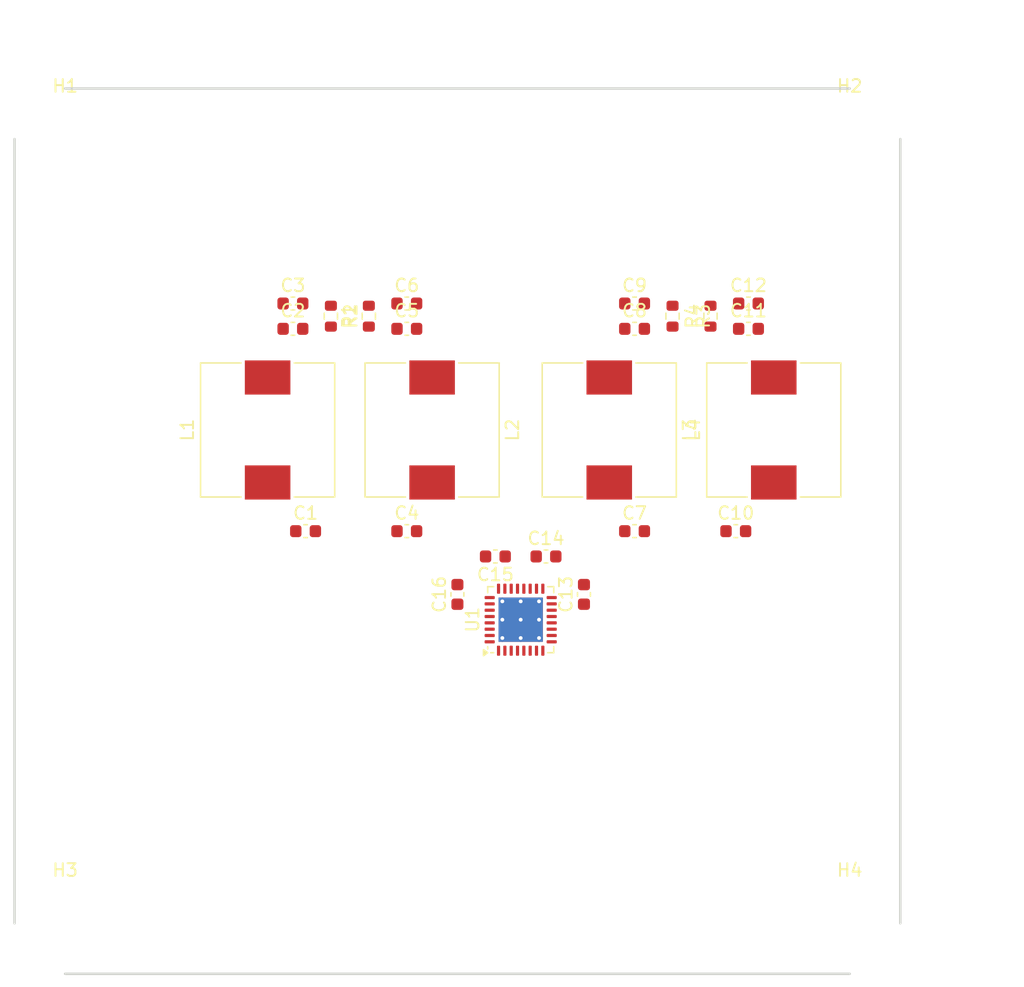
<source format=kicad_pcb>
(kicad_pcb (version 20240108) (generator "pcbnew") (generator_version "8.0")
  (layers (0 "F.Cu" signal) (31 "B.Cu" signal) (34 "B.Paste" user) (35 "F.Paste" user) (36 "B.SilkS" user "B.Silkscreen") (37 "F.SilkS" user "F.Silkscreen") (38 "B.Mask" user) (39 "F.Mask" user) (44 "Edge.Cuts" user))
  (net 0 "")
  (net 26 "GND")
  (net 27 "Net-(C2-Pad1)")
  (net 28 "Net-(C3-Pad2)")
  (net 29 "Net-(C5-Pad2)")
  (net 30 "Net-(C6-Pad1)")
  (net 31 "Net-(C8-Pad1)")
  (net 32 "Net-(C9-Pad2)")
  (net 33 "Net-(C11-Pad2)")
  (net 34 "Net-(C12-Pad1)")
  (net 35 "Net-(U1-OUTPR)")
  (net 36 "Net-(U1-OTNR)")
  (net 37 "Net-(U1-OUTNL)")
  (net 38 "Net-(U1-OUTPL)")
  (net 39 "Net-(U1-BSPL)")
  (net 40 "Net-(U1-BSNL)")
  (net 41 "Net-(U1-BSNR)")
  (net 42 "Net-(U1-BSPR)")
  (footprint "Capacitor_SMD:C_0603_1608Metric" (layer "F.Cu") (at 142 77)
    (property "Reference" "C3" (at 0 -1.43 0) (layer "F.SilkS"))
    (property "Value" "10nF")
    (fp_line (start -0.14058 -0.51) (end 0.14058 -0.51) (stroke (width 0.12)) (layer "F.SilkS"))
    (fp_line (start -0.14058 0.51) (end 0.14058 0.51) (stroke (width 0.12)) (layer "F.SilkS"))
    (pad "1" smd roundrect (at -0.775 0) (size 0.9 0.95) (layers "F.Cu" "F.Paste" "F.Mask") (net 27 "Net-(C2-Pad1)"))
    (pad "2" smd roundrect (at 0.775 0) (size 0.9 0.95) (layers "F.Cu" "F.Paste" "F.Mask") (net 28 "Net-(C3-Pad2)"))
  )
  (footprint "Capacitor_SMD:C_0603_1608Metric" (layer "F.Cu") (at 169 77)
    (property "Reference" "C9" (at 0 -1.43 0) (layer "F.SilkS"))
    (property "Value" "10nF")
    (fp_line (start -0.14058 -0.51) (end 0.14058 -0.51) (stroke (width 0.12)) (layer "F.SilkS"))
    (fp_line (start -0.14058 0.51) (end 0.14058 0.51) (stroke (width 0.12)) (layer "F.SilkS"))
    (pad "1" smd roundrect (at -0.775 0) (size 0.9 0.95) (layers "F.Cu" "F.Paste" "F.Mask") (net 31 "Net-(C8-Pad1)"))
    (pad "2" smd roundrect (at 0.775 0) (size 0.9 0.95) (layers "F.Cu" "F.Paste" "F.Mask") (net 32 "Net-(C9-Pad2)"))
  )
  (footprint "MountingHole:MountingHole_3.2mm_M3" (layer "F.Cu") (at 124 126)
    (property "Reference" "H3" (at 0 -4.2 0) (layer "F.SilkS"))
    (property "Value" "MountingHole")
    (pad "" np_thru_hole circle (at 0 0) (size 3.2 3.2) (drill 3.2) (layers "*.Cu" "*.Mask"))
  )
  (footprint "Capacitor_SMD:C_0603_1608Metric" (layer "F.Cu") (at 151 77)
    (property "Reference" "C6" (at 0 -1.43 0) (layer "F.SilkS"))
    (property "Value" "10nF")
    (fp_line (start -0.14058 -0.51) (end 0.14058 -0.51) (stroke (width 0.12)) (layer "F.SilkS"))
    (fp_line (start -0.14058 0.51) (end 0.14058 0.51) (stroke (width 0.12)) (layer "F.SilkS"))
    (pad "1" smd roundrect (at -0.775 0) (size 0.9 0.95) (layers "F.Cu" "F.Paste" "F.Mask") (net 30 "Net-(C6-Pad1)"))
    (pad "2" smd roundrect (at 0.775 0) (size 0.9 0.95) (layers "F.Cu" "F.Paste" "F.Mask") (net 29 "Net-(C5-Pad2)"))
  )
  (footprint "Resistor_SMD:R_0603_1608Metric" (layer "F.Cu") (at 148 78 90)
    (property "Reference" "R2" (at 0 -1.43 270) (layer "F.SilkS"))
    (property "Value" "3R3")
    (fp_line (start -0.237258 -0.5225) (end 0.237258 -0.5225) (stroke (width 0.12)) (layer "F.SilkS"))
    (fp_line (start -0.237258 0.5225) (end 0.237258 0.5225) (stroke (width 0.12)) (layer "F.SilkS"))
    (pad "1" smd roundrect (at -0.825 0 90) (size 0.8 0.95) (layers "F.Cu" "F.Paste" "F.Mask") (net 26 "GND"))
    (pad "2" smd roundrect (at 0.825 0 90) (size 0.8 0.95) (layers "F.Cu" "F.Paste" "F.Mask") (net 30 "Net-(C6-Pad1)"))
  )
  (footprint "Capacitor_SMD:C_0603_1608Metric" (layer "F.Cu") (at 151 79)
    (property "Reference" "C5" (at 0 -1.43 0) (layer "F.SilkS"))
    (property "Value" "1nF")
    (fp_line (start -0.14058 -0.51) (end 0.14058 -0.51) (stroke (width 0.12)) (layer "F.SilkS"))
    (fp_line (start -0.14058 0.51) (end 0.14058 0.51) (stroke (width 0.12)) (layer "F.SilkS"))
    (pad "1" smd roundrect (at -0.775 0) (size 0.9 0.95) (layers "F.Cu" "F.Paste" "F.Mask") (net 26 "GND"))
    (pad "2" smd roundrect (at 0.775 0) (size 0.9 0.95) (layers "F.Cu" "F.Paste" "F.Mask") (net 29 "Net-(C5-Pad2)"))
  )
  (footprint "Capacitor_SMD:C_0603_1608Metric" (layer "F.Cu") (at 143 95)
    (property "Reference" "C1" (at 0 -1.43 0) (layer "F.SilkS"))
    (property "Value" "680nF")
    (fp_line (start -0.14058 -0.51) (end 0.14058 -0.51) (stroke (width 0.12)) (layer "F.SilkS"))
    (fp_line (start -0.14058 0.51) (end 0.14058 0.51) (stroke (width 0.12)) (layer "F.SilkS"))
    (pad "1" smd roundrect (at -0.775 0) (size 0.9 0.95) (layers "F.Cu" "F.Paste" "F.Mask") (net 35 "Net-(U1-OUTPR)"))
    (pad "2" smd roundrect (at 0.775 0) (size 0.9 0.95) (layers "F.Cu" "F.Paste" "F.Mask") (net 26 "GND"))
  )
  (footprint "Capacitor_SMD:C_0603_1608Metric" (layer "F.Cu") (at 162 97)
    (property "Reference" "C14" (at 0 -1.43 0) (layer "F.SilkS"))
    (property "Value" "220nF")
    (fp_line (start -0.14058 -0.51) (end 0.14058 -0.51) (stroke (width 0.12)) (layer "F.SilkS"))
    (fp_line (start -0.14058 0.51) (end 0.14058 0.51) (stroke (width 0.12)) (layer "F.SilkS"))
    (pad "1" smd roundrect (at -0.775 0) (size 0.9 0.95) (layers "F.Cu" "F.Paste" "F.Mask") (net 40 "Net-(U1-BSNL)"))
    (pad "2" smd roundrect (at 0.775 0) (size 0.9 0.95) (layers "F.Cu" "F.Paste" "F.Mask") (net 37 "Net-(U1-OUTNL)"))
  )
  (footprint "Capacitor_SMD:C_0603_1608Metric" (layer "F.Cu") (at 178 77)
    (property "Reference" "C12" (at 0 -1.43 0) (layer "F.SilkS"))
    (property "Value" "10nF")
    (fp_line (start -0.14058 -0.51) (end 0.14058 -0.51) (stroke (width 0.12)) (layer "F.SilkS"))
    (fp_line (start -0.14058 0.51) (end 0.14058 0.51) (stroke (width 0.12)) (layer "F.SilkS"))
    (pad "1" smd roundrect (at -0.775 0) (size 0.9 0.95) (layers "F.Cu" "F.Paste" "F.Mask") (net 34 "Net-(C12-Pad1)"))
    (pad "2" smd roundrect (at 0.775 0) (size 0.9 0.95) (layers "F.Cu" "F.Paste" "F.Mask") (net 33 "Net-(C11-Pad2)"))
  )
  (footprint "Capacitor_SMD:C_0603_1608Metric" (layer "F.Cu") (at 151 95)
    (property "Reference" "C4" (at 0 -1.43 0) (layer "F.SilkS"))
    (property "Value" "680nF")
    (fp_line (start -0.14058 -0.51) (end 0.14058 -0.51) (stroke (width 0.12)) (layer "F.SilkS"))
    (fp_line (start -0.14058 0.51) (end 0.14058 0.51) (stroke (width 0.12)) (layer "F.SilkS"))
    (pad "1" smd roundrect (at -0.775 0) (size 0.9 0.95) (layers "F.Cu" "F.Paste" "F.Mask") (net 26 "GND"))
    (pad "2" smd roundrect (at 0.775 0) (size 0.9 0.95) (layers "F.Cu" "F.Paste" "F.Mask") (net 36 "Net-(U1-OTNR)"))
  )
  (footprint "Capacitor_SMD:C_0603_1608Metric" (layer "F.Cu") (at 155 100 90)
    (property "Reference" "C16" (at 0 -1.43 270) (layer "F.SilkS"))
    (property "Value" "220nF")
    (fp_line (start -0.14058 -0.51) (end 0.14058 -0.51) (stroke (width 0.12)) (layer "F.SilkS"))
    (fp_line (start -0.14058 0.51) (end 0.14058 0.51) (stroke (width 0.12)) (layer "F.SilkS"))
    (pad "1" smd roundrect (at -0.775 0 90) (size 0.9 0.95) (layers "F.Cu" "F.Paste" "F.Mask") (net 42 "Net-(U1-BSPR)"))
    (pad "2" smd roundrect (at 0.775 0 90) (size 0.9 0.95) (layers "F.Cu" "F.Paste" "F.Mask") (net 35 "Net-(U1-OUTPR)"))
  )
  (footprint "Resistor_SMD:R_0603_1608Metric" (layer "F.Cu") (at 172 78 -90)
    (property "Reference" "R3" (at 0 -2.43 90) (layer "F.SilkS"))
    (property "Value" "3R3")
    (fp_line (start -0.237258 0.5225) (end 0.237258 0.5225) (stroke (width 0.12)) (layer "F.SilkS"))
    (fp_line (start -0.237258 -0.5225) (end 0.237258 -0.5225) (stroke (width 0.12)) (layer "F.SilkS"))
    (pad "1" smd roundrect (at -0.825 0 270) (size 0.8 0.95) (layers "F.Cu" "F.Paste" "F.Mask") (net 32 "Net-(C9-Pad2)"))
    (pad "2" smd roundrect (at 0.825 0 270) (size 0.8 0.95) (layers "F.Cu" "F.Paste" "F.Mask") (net 26 "GND"))
  )
  (footprint "Capacitor_SMD:C_0603_1608Metric" (layer "F.Cu") (at 177 95)
    (property "Reference" "C10" (at 0 -1.43 0) (layer "F.SilkS"))
    (property "Value" "680nF")
    (fp_line (start -0.14058 -0.51) (end 0.14058 -0.51) (stroke (width 0.12)) (layer "F.SilkS"))
    (fp_line (start -0.14058 0.51) (end 0.14058 0.51) (stroke (width 0.12)) (layer "F.SilkS"))
    (pad "1" smd roundrect (at -0.775 0) (size 0.9 0.95) (layers "F.Cu" "F.Paste" "F.Mask") (net 26 "GND"))
    (pad "2" smd roundrect (at 0.775 0) (size 0.9 0.95) (layers "F.Cu" "F.Paste" "F.Mask") (net 38 "Net-(U1-OUTPL)"))
  )
  (footprint "Resistor_SMD:R_0603_1608Metric" (layer "F.Cu") (at 145 78 -90)
    (property "Reference" "R1" (at 0 -1.43 90) (layer "F.SilkS"))
    (property "Value" "3R3")
    (fp_line (start -0.237258 0.5225) (end 0.237258 0.5225) (stroke (width 0.12)) (layer "F.SilkS"))
    (fp_line (start -0.237258 -0.5225) (end 0.237258 -0.5225) (stroke (width 0.12)) (layer "F.SilkS"))
    (pad "1" smd roundrect (at -0.825 0 270) (size 0.8 0.95) (layers "F.Cu" "F.Paste" "F.Mask") (net 28 "Net-(C3-Pad2)"))
    (pad "2" smd roundrect (at 0.825 0 270) (size 0.8 0.95) (layers "F.Cu" "F.Paste" "F.Mask") (net 26 "GND"))
  )
  (footprint "Resistor_SMD:R_0603_1608Metric" (layer "F.Cu") (at 175 78 90)
    (property "Reference" "R4" (at 0 -1.43 270) (layer "F.SilkS"))
    (property "Value" "3R3")
    (fp_line (start -0.237258 -0.5225) (end 0.237258 -0.5225) (stroke (width 0.12)) (layer "F.SilkS"))
    (fp_line (start -0.237258 0.5225) (end 0.237258 0.5225) (stroke (width 0.12)) (layer "F.SilkS"))
    (pad "1" smd roundrect (at -0.825 0 90) (size 0.8 0.95) (layers "F.Cu" "F.Paste" "F.Mask") (net 26 "GND"))
    (pad "2" smd roundrect (at 0.825 0 90) (size 0.8 0.95) (layers "F.Cu" "F.Paste" "F.Mask") (net 34 "Net-(C12-Pad1)"))
  )
  (footprint "Inductor_SMD:L_10.4x10.4_H4.8" (layer "F.Cu") (at 167 87 -90)
    (property "Reference" "L3" (at 0 -6.35 90) (layer "F.SilkS"))
    (property "Value" "10uH")
    (fp_line (start -5.3 5.3) (end -5.3 2.1) (stroke (width 0.12)) (layer "F.SilkS"))
    (fp_line (start 5.3 5.3) (end -5.3 5.3) (stroke (width 0.12)) (layer "F.SilkS"))
    (fp_line (start 5.3 2.1) (end 5.3 5.3) (stroke (width 0.12)) (layer "F.SilkS"))
    (fp_line (start -5.3 -2.1) (end -5.3 -5.3) (stroke (width 0.12)) (layer "F.SilkS"))
    (fp_line (start -5.3 -5.3) (end 5.3 -5.3) (stroke (width 0.12)) (layer "F.SilkS"))
    (fp_line (start 5.3 -5.3) (end 5.3 -2.1) (stroke (width 0.12)) (layer "F.SilkS"))
    (pad "1" smd rect (at -4.15 0 270) (size 2.7 3.6) (layers "F.Cu" "F.Paste" "F.Mask") (net 31 "Net-(C8-Pad1)"))
    (pad "2" smd rect (at 4.15 0 270) (size 2.7 3.6) (layers "F.Cu" "F.Paste" "F.Mask") (net 37 "Net-(U1-OUTNL)"))
  )
  (footprint "MountingHole:MountingHole_3.2mm_M3" (layer "F.Cu") (at 186 64)
    (property "Reference" "H2" (at 0 -4.2 0) (layer "F.SilkS"))
    (property "Value" "MountingHole")
    (pad "" np_thru_hole circle (at 0 0) (size 3.2 3.2) (drill 3.2) (layers "*.Cu" "*.Mask"))
  )
  (footprint "Capacitor_SMD:C_0603_1608Metric" (layer "F.Cu") (at 169 79)
    (property "Reference" "C8" (at 0 -1.43 0) (layer "F.SilkS"))
    (property "Value" "1nF")
    (fp_line (start -0.14058 -0.51) (end 0.14058 -0.51) (stroke (width 0.12)) (layer "F.SilkS"))
    (fp_line (start -0.14058 0.51) (end 0.14058 0.51) (stroke (width 0.12)) (layer "F.SilkS"))
    (pad "1" smd roundrect (at -0.775 0) (size 0.9 0.95) (layers "F.Cu" "F.Paste" "F.Mask") (net 31 "Net-(C8-Pad1)"))
    (pad "2" smd roundrect (at 0.775 0) (size 0.9 0.95) (layers "F.Cu" "F.Paste" "F.Mask") (net 26 "GND"))
  )
  (footprint "Capacitor_SMD:C_0603_1608Metric" (layer "F.Cu") (at 169 95)
    (property "Reference" "C7" (at 0 -1.43 0) (layer "F.SilkS"))
    (property "Value" "680nF")
    (fp_line (start -0.14058 -0.51) (end 0.14058 -0.51) (stroke (width 0.12)) (layer "F.SilkS"))
    (fp_line (start -0.14058 0.51) (end 0.14058 0.51) (stroke (width 0.12)) (layer "F.SilkS"))
    (pad "1" smd roundrect (at -0.775 0) (size 0.9 0.95) (layers "F.Cu" "F.Paste" "F.Mask") (net 37 "Net-(U1-OUTNL)"))
    (pad "2" smd roundrect (at 0.775 0) (size 0.9 0.95) (layers "F.Cu" "F.Paste" "F.Mask") (net 26 "GND"))
  )
  (footprint "MountingHole:MountingHole_3.2mm_M3" (layer "F.Cu") (at 186 126)
    (property "Reference" "H4" (at 0 -4.2 0) (layer "F.SilkS"))
    (property "Value" "MountingHole")
    (pad "" np_thru_hole circle (at 0 0) (size 3.2 3.2) (drill 3.2) (layers "*.Cu" "*.Mask"))
  )
  (footprint "Capacitor_SMD:C_0603_1608Metric" (layer "F.Cu") (at 178 79)
    (property "Reference" "C11" (at 0 -1.43 0) (layer "F.SilkS"))
    (property "Value" "1nF")
    (fp_line (start -0.14058 -0.51) (end 0.14058 -0.51) (stroke (width 0.12)) (layer "F.SilkS"))
    (fp_line (start -0.14058 0.51) (end 0.14058 0.51) (stroke (width 0.12)) (layer "F.SilkS"))
    (pad "1" smd roundrect (at -0.775 0) (size 0.9 0.95) (layers "F.Cu" "F.Paste" "F.Mask") (net 26 "GND"))
    (pad "2" smd roundrect (at 0.775 0) (size 0.9 0.95) (layers "F.Cu" "F.Paste" "F.Mask") (net 33 "Net-(C11-Pad2)"))
  )
  (footprint "Capacitor_SMD:C_0603_1608Metric" (layer "F.Cu") (at 158 97 180)
    (property "Reference" "C15" (at 0 -1.43 180) (layer "F.SilkS"))
    (property "Value" "220nF")
    (fp_line (start -0.14058 0.51) (end 0.14058 0.51) (stroke (width 0.12)) (layer "F.SilkS"))
    (fp_line (start -0.14058 -0.51) (end 0.14058 -0.51) (stroke (width 0.12)) (layer "F.SilkS"))
    (pad "1" smd roundrect (at -0.775 0 180) (size 0.9 0.95) (layers "F.Cu" "F.Paste" "F.Mask") (net 41 "Net-(U1-BSNR)"))
    (pad "2" smd roundrect (at 0.775 0 180) (size 0.9 0.95) (layers "F.Cu" "F.Paste" "F.Mask") (net 36 "Net-(U1-OTNR)"))
  )
  (footprint "Inductor_SMD:L_10.4x10.4_H4.8" (layer "F.Cu") (at 153 87 -90)
    (property "Reference" "L2" (at 0 -6.35 90) (layer "F.SilkS"))
    (property "Value" "10uH")
    (fp_line (start -5.3 5.3) (end -5.3 2.1) (stroke (width 0.12)) (layer "F.SilkS"))
    (fp_line (start 5.3 5.3) (end -5.3 5.3) (stroke (width 0.12)) (layer "F.SilkS"))
    (fp_line (start 5.3 2.1) (end 5.3 5.3) (stroke (width 0.12)) (layer "F.SilkS"))
    (fp_line (start -5.3 -2.1) (end -5.3 -5.3) (stroke (width 0.12)) (layer "F.SilkS"))
    (fp_line (start -5.3 -5.3) (end 5.3 -5.3) (stroke (width 0.12)) (layer "F.SilkS"))
    (fp_line (start 5.3 -5.3) (end 5.3 -2.1) (stroke (width 0.12)) (layer "F.SilkS"))
    (pad "1" smd rect (at -4.15 0 270) (size 2.7 3.6) (layers "F.Cu" "F.Paste" "F.Mask") (net 29 "Net-(C5-Pad2)"))
    (pad "2" smd rect (at 4.15 0 270) (size 2.7 3.6) (layers "F.Cu" "F.Paste" "F.Mask") (net 36 "Net-(U1-OTNR)"))
  )
  (footprint "Capacitor_SMD:C_0603_1608Metric" (layer "F.Cu") (at 165 100 90)
    (property "Reference" "C13" (at 0 -1.43 270) (layer "F.SilkS"))
    (property "Value" "220nF")
    (fp_line (start -0.14058 -0.51) (end 0.14058 -0.51) (stroke (width 0.12)) (layer "F.SilkS"))
    (fp_line (start -0.14058 0.51) (end 0.14058 0.51) (stroke (width 0.12)) (layer "F.SilkS"))
    (pad "1" smd roundrect (at -0.775 0 90) (size 0.9 0.95) (layers "F.Cu" "F.Paste" "F.Mask") (net 39 "Net-(U1-BSPL)"))
    (pad "2" smd roundrect (at 0.775 0 90) (size 0.9 0.95) (layers "F.Cu" "F.Paste" "F.Mask") (net 38 "Net-(U1-OUTPL)"))
  )
  (footprint "Inductor_SMD:L_10.4x10.4_H4.8" (layer "F.Cu") (at 180 87 90)
    (property "Reference" "L4" (at 0 -6.35 270) (layer "F.SilkS"))
    (property "Value" "10uH")
    (fp_line (start 5.3 -5.3) (end 5.3 -2.1) (stroke (width 0.12)) (layer "F.SilkS"))
    (fp_line (start -5.3 -5.3) (end 5.3 -5.3) (stroke (width 0.12)) (layer "F.SilkS"))
    (fp_line (start -5.3 -2.1) (end -5.3 -5.3) (stroke (width 0.12)) (layer "F.SilkS"))
    (fp_line (start 5.3 2.1) (end 5.3 5.3) (stroke (width 0.12)) (layer "F.SilkS"))
    (fp_line (start 5.3 5.3) (end -5.3 5.3) (stroke (width 0.12)) (layer "F.SilkS"))
    (fp_line (start -5.3 5.3) (end -5.3 2.1) (stroke (width 0.12)) (layer "F.SilkS"))
    (pad "1" smd rect (at -4.15 0 90) (size 2.7 3.6) (layers "F.Cu" "F.Paste" "F.Mask") (net 38 "Net-(U1-OUTPL)"))
    (pad "2" smd rect (at 4.15 0 90) (size 2.7 3.6) (layers "F.Cu" "F.Paste" "F.Mask") (net 33 "Net-(C11-Pad2)"))
  )
  (footprint "Package_DFN_QFN:VQFN-32-1EP_5x5mm_P0.5mm_EP3.5x3.5mm_ThermalVias" (layer "F.Cu") (at 160 102 90)
    (property "Reference" "U1" (at 0 -3.8 270) (layer "F.SilkS"))
    (property "Value" "TPA313xD2")
    (fp_line (start 2.61 -2.61) (end 2.61 -2.135) (stroke (width 0.12)) (layer "F.SilkS"))
    (fp_line (start 2.135 -2.61) (end 2.61 -2.61) (stroke (width 0.12)) (layer "F.SilkS"))
    (fp_line (start -2.135 -2.61) (end -2.31 -2.61) (stroke (width 0.12)) (layer "F.SilkS"))
    (fp_line (start -2.61 -2.135) (end -2.61 -2.37) (stroke (width 0.12)) (layer "F.SilkS"))
    (fp_line (start 2.61 2.61) (end 2.61 2.135) (stroke (width 0.12)) (layer "F.SilkS"))
    (fp_line (start 2.135 2.61) (end 2.61 2.61) (stroke (width 0.12)) (layer "F.SilkS"))
    (fp_line (start -2.135 2.61) (end -2.61 2.61) (stroke (width 0.12)) (layer "F.SilkS"))
    (fp_line (start -2.61 2.61) (end -2.61 2.135) (stroke (width 0.12)) (layer "F.SilkS"))
    (fp_poly (pts (xy -2.61 -2.61) (xy -2.85 -2.94) (xy -2.37 -2.94) (xy -2.61 -2.61)) (stroke (width 0.12)) (fill solid) (layer "F.SilkS"))
    (pad "1" smd roundrect (at -2.45 -1.75 90) (size 0.8 0.25) (layers "F.Cu" "F.Paste" "F.Mask"))
    (pad "2" smd roundrect (at -2.45 -1.25 90) (size 0.8 0.25) (layers "F.Cu" "F.Paste" "F.Mask"))
    (pad "3" smd roundrect (at -2.45 -0.75 90) (size 0.8 0.25) (layers "F.Cu" "F.Paste" "F.Mask"))
    (pad "4" smd roundrect (at -2.45 -0.25 90) (size 0.8 0.25) (layers "F.Cu" "F.Paste" "F.Mask"))
    (pad "5" smd roundrect (at -2.45 0.25 90) (size 0.8 0.25) (layers "F.Cu" "F.Paste" "F.Mask"))
    (pad "6" smd roundrect (at -2.45 0.75 90) (size 0.8 0.25) (layers "F.Cu" "F.Paste" "F.Mask"))
    (pad "7" smd roundrect (at -2.45 1.25 90) (size 0.8 0.25) (layers "F.Cu" "F.Paste" "F.Mask"))
    (pad "8" smd roundrect (at -2.45 1.75 90) (size 0.8 0.25) (layers "F.Cu" "F.Paste" "F.Mask"))
    (pad "9" smd roundrect (at -1.75 2.45 90) (size 0.25 0.8) (layers "F.Cu" "F.Paste" "F.Mask"))
    (pad "10" smd roundrect (at -1.25 2.45 90) (size 0.25 0.8) (layers "F.Cu" "F.Paste" "F.Mask"))
    (pad "11" smd roundrect (at -0.75 2.45 90) (size 0.25 0.8) (layers "F.Cu" "F.Paste" "F.Mask"))
    (pad "12" smd roundrect (at -0.25 2.45 90) (size 0.25 0.8) (layers "F.Cu" "F.Paste" "F.Mask"))
    (pad "13" smd roundrect (at 0.25 2.45 90) (size 0.25 0.8) (layers "F.Cu" "F.Paste" "F.Mask"))
    (pad "14" smd roundrect (at 0.75 2.45 90) (size 0.25 0.8) (layers "F.Cu" "F.Paste" "F.Mask"))
    (pad "15" smd roundrect (at 1.25 2.45 90) (size 0.25 0.8) (layers "F.Cu" "F.Paste" "F.Mask") (net 39 "Net-(U1-BSPL)"))
    (pad "16" smd roundrect (at 1.75 2.45 90) (size 0.25 0.8) (layers "F.Cu" "F.Paste" "F.Mask") (net 38 "Net-(U1-OUTPL)"))
    (pad "17" smd roundrect (at 2.45 1.75 90) (size 0.8 0.25) (layers "F.Cu" "F.Paste" "F.Mask"))
    (pad "18" smd roundrect (at 2.45 1.25 90) (size 0.8 0.25) (layers "F.Cu" "F.Paste" "F.Mask") (net 37 "Net-(U1-OUTNL)"))
    (pad "19" smd roundrect (at 2.45 0.75 90) (size 0.8 0.25) (layers "F.Cu" "F.Paste" "F.Mask") (net 40 "Net-(U1-BSNL)"))
    (pad "20" smd roundrect (at 2.45 0.25 90) (size 0.8 0.25) (layers "F.Cu" "F.Paste" "F.Mask"))
    (pad "21" smd roundrect (at 2.45 -0.25 90) (size 0.8 0.25) (layers "F.Cu" "F.Paste" "F.Mask"))
    (pad "22" smd roundrect (at 2.45 -0.75 90) (size 0.8 0.25) (layers "F.Cu" "F.Paste" "F.Mask") (net 41 "Net-(U1-BSNR)"))
    (pad "23" smd roundrect (at 2.45 -1.25 90) (size 0.8 0.25) (layers "F.Cu" "F.Paste" "F.Mask") (net 36 "Net-(U1-OTNR)"))
    (pad "24" smd roundrect (at 2.45 -1.75 90) (size 0.8 0.25) (layers "F.Cu" "F.Paste" "F.Mask"))
    (pad "25" smd roundrect (at 1.75 -2.45 90) (size 0.25 0.8) (layers "F.Cu" "F.Paste" "F.Mask") (net 35 "Net-(U1-OUTPR)"))
    (pad "26" smd roundrect (at 1.25 -2.45 90) (size 0.25 0.8) (layers "F.Cu" "F.Paste" "F.Mask") (net 42 "Net-(U1-BSPR)"))
    (pad "27" smd roundrect (at 0.75 -2.45 90) (size 0.25 0.8) (layers "F.Cu" "F.Paste" "F.Mask"))
    (pad "28" smd roundrect (at 0.25 -2.45 90) (size 0.25 0.8) (layers "F.Cu" "F.Paste" "F.Mask"))
    (pad "29" smd roundrect (at -0.25 -2.45 90) (size 0.25 0.8) (layers "F.Cu" "F.Paste" "F.Mask"))
    (pad "30" smd roundrect (at -0.75 -2.45 90) (size 0.25 0.8) (layers "F.Cu" "F.Paste" "F.Mask"))
    (pad "31" smd roundrect (at -1.25 -2.45 90) (size 0.25 0.8) (layers "F.Cu" "F.Paste" "F.Mask"))
    (pad "32" smd roundrect (at -1.75 -2.45 90) (size 0.25 0.8) (layers "F.Cu" "F.Paste" "F.Mask"))
    (pad "33" thru_hole circle (at -1.45 -1.45 90) (size 0.6 0.6) (drill 0.3) (property pad_prop_heatsink) (layers "*.Cu"))
    (pad "33" thru_hole circle (at -1.45 0 90) (size 0.6 0.6) (drill 0.3) (property pad_prop_heatsink) (layers "*.Cu"))
    (pad "33" thru_hole circle (at -1.45 1.45 90) (size 0.6 0.6) (drill 0.3) (property pad_prop_heatsink) (layers "*.Cu"))
    (pad "33" thru_hole circle (at 0 -1.45 90) (size 0.6 0.6) (drill 0.3) (property pad_prop_heatsink) (layers "*.Cu"))
    (pad "33" thru_hole circle (at 0 0 90) (size 0.6 0.6) (drill 0.3) (property pad_prop_heatsink) (layers "*.Cu"))
    (pad "33" smd rect (at 0 0 90) (size 3.5 3.5) (property pad_prop_heatsink) (layers "F.Cu" "F.Mask"))
    (pad "33" smd rect (at 0 0 90) (size 3.5 3.5) (property pad_prop_heatsink) (layers "B.Cu"))
    (pad "33" thru_hole circle (at 0 1.45 90) (size 0.6 0.6) (drill 0.3) (property pad_prop_heatsink) (layers "*.Cu"))
    (pad "33" thru_hole circle (at 1.45 -1.45 90) (size 0.6 0.6) (drill 0.3) (property pad_prop_heatsink) (layers "*.Cu"))
    (pad "33" thru_hole circle (at 1.45 0 90) (size 0.6 0.6) (drill 0.3) (property pad_prop_heatsink) (layers "*.Cu"))
    (pad "33" thru_hole circle (at 1.45 1.45 90) (size 0.6 0.6) (drill 0.3) (property pad_prop_heatsink) (layers "*.Cu"))
  )
  (footprint "Inductor_SMD:L_10.4x10.4_H4.8" (layer "F.Cu") (at 140 87 90)
    (property "Reference" "L1" (at 0 -6.35 270) (layer "F.SilkS"))
    (property "Value" "10uH")
    (fp_line (start 5.3 -5.3) (end 5.3 -2.1) (stroke (width 0.12)) (layer "F.SilkS"))
    (fp_line (start -5.3 -5.3) (end 5.3 -5.3) (stroke (width 0.12)) (layer "F.SilkS"))
    (fp_line (start -5.3 -2.1) (end -5.3 -5.3) (stroke (width 0.12)) (layer "F.SilkS"))
    (fp_line (start 5.3 2.1) (end 5.3 5.3) (stroke (width 0.12)) (layer "F.SilkS"))
    (fp_line (start 5.3 5.3) (end -5.3 5.3) (stroke (width 0.12)) (layer "F.SilkS"))
    (fp_line (start -5.3 5.3) (end -5.3 2.1) (stroke (width 0.12)) (layer "F.SilkS"))
    (pad "1" smd rect (at -4.15 0 90) (size 2.7 3.6) (layers "F.Cu" "F.Paste" "F.Mask") (net 35 "Net-(U1-OUTPR)"))
    (pad "2" smd rect (at 4.15 0 90) (size 2.7 3.6) (layers "F.Cu" "F.Paste" "F.Mask") (net 27 "Net-(C2-Pad1)"))
  )
  (footprint "MountingHole:MountingHole_3.2mm_M3" (layer "F.Cu") (at 124 64)
    (property "Reference" "H1" (at 0 -4.2 0) (layer "F.SilkS"))
    (property "Value" "MountingHole")
    (pad "" np_thru_hole circle (at 0 0) (size 3.2 3.2) (drill 3.2) (layers "*.Cu" "*.Mask"))
  )
  (footprint "Capacitor_SMD:C_0603_1608Metric" (layer "F.Cu") (at 142 79)
    (property "Reference" "C2" (at 0 -1.43 0) (layer "F.SilkS"))
    (property "Value" "1nF")
    (fp_line (start -0.14058 -0.51) (end 0.14058 -0.51) (stroke (width 0.12)) (layer "F.SilkS"))
    (fp_line (start -0.14058 0.51) (end 0.14058 0.51) (stroke (width 0.12)) (layer "F.SilkS"))
    (pad "1" smd roundrect (at -0.775 0) (size 0.9 0.95) (layers "F.Cu" "F.Paste" "F.Mask") (net 27 "Net-(C2-Pad1)"))
    (pad "2" smd roundrect (at 0.775 0) (size 0.9 0.95) (layers "F.Cu" "F.Paste" "F.Mask") (net 26 "GND"))
  )
  (gr_line (start 120 64) (end 120 126) (stroke (width 0.2)) (layer "Edge.Cuts"))
  (gr_line (start 186 60) (end 124 60) (stroke (width 0.2)) (layer "Edge.Cuts"))
  (gr_line (start 190 126) (end 190 64) (stroke (width 0.2)) (layer "Edge.Cuts"))
  (gr_line (start 124 130) (end 186 130) (stroke (width 0.2)) (layer "Edge.Cuts"))
)
</source>
